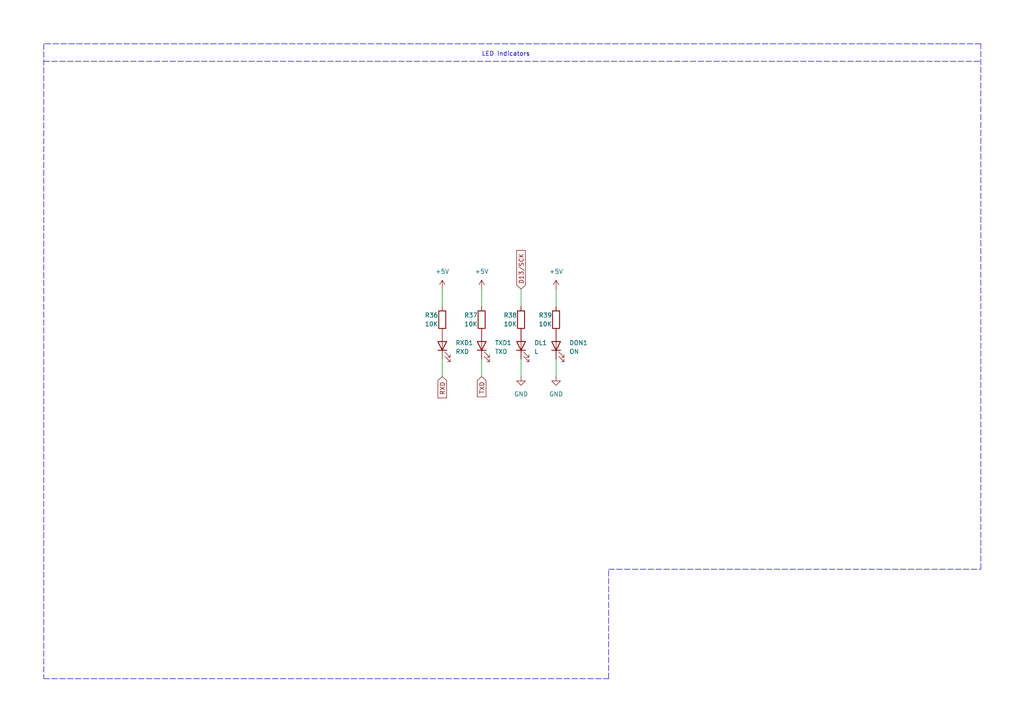
<source format=kicad_sch>
(kicad_sch (version 20211123) (generator eeschema)
  (paper "A4")
  (lib_symbols
    (symbol "Device:LED" (pin_numbers hide) (pin_names (offset 1.016) hide)
      (property "Reference" "D" (at 0 2.54 0))
      (property "Value" "LED" (at 0 -2.54 0))
      (symbol "LED_0_1"
        (polyline (pts (xy -1.27 -1.27) (xy -1.27 1.27)) (stroke (width 0.254)))
        (polyline (pts (xy -1.27 0) (xy 1.27 0)))
        (polyline (pts (xy 1.27 -1.27) (xy 1.27 1.27) (xy -1.27 0) (xy 1.27 -1.27)) (stroke (width 0.254)))
        (polyline (pts (xy -3.048 -0.762) (xy -4.572 -2.286) (xy -3.81 -2.286) (xy -4.572 -2.286) (xy -4.572 -1.524)))
        (polyline (pts (xy -1.778 -0.762) (xy -3.302 -2.286) (xy -2.54 -2.286) (xy -3.302 -2.286) (xy -3.302 -1.524)))
      )
      (symbol "LED_1_1"
        (pin passive line (at -3.81 0 0) (length 2.54) (name "K") (number "1"))
        (pin passive line (at 3.81 0 180) (length 2.54) (name "A") (number "2"))
      )
    )
    (symbol "Device:R" (pin_numbers hide) (pin_names (offset 0))
      (property "Reference" "R" (at 2.032 0 90))
      (property "Value" "R" (at 0 0 90))
      (symbol "R_0_1"
        (rectangle (start -1.016 -2.54) (end 1.016 2.54) (stroke (width 0.254)))
      )
      (symbol "R_1_1"
        (pin passive line (at 0 3.81 270) (length 1.27) (name "~") (number "1"))
        (pin passive line (at 0 -3.81 90) (length 1.27) (name "~") (number "2"))
      )
    )
    (symbol "power:+5V" (power) (pin_names (offset 0))
      (property "Value" "+5V" (at 0 3.556 0))
      (symbol "+5V_0_1"
        (polyline (pts (xy -0.762 1.27) (xy 0 2.54)))
        (polyline (pts (xy 0 0) (xy 0 2.54)))
        (polyline (pts (xy 0 2.54) (xy 0.762 1.27)))
      )
      (symbol "+5V_1_1"
        (pin power_in line (at 0 0 90) (length 0) hide (name "+5V") (number "1"))
      )
    )
    (symbol "power:GND" (power) (pin_names (offset 0))
      (property "Value" "GND" (at 0 -3.81 0))
      (symbol "GND_0_1"
        (polyline (pts (xy 0 0) (xy 0 -1.27) (xy 1.27 -1.27) (xy 0 -2.54) (xy -1.27 -1.27) (xy 0 -1.27)))
      )
      (symbol "GND_1_1"
        (pin power_in line (at 0 0 270) (length 0) hide (name "GND") (number "1"))
      )
    )
  )
  (wire (pts (xy 161.29 83.82) (xy 161.29 88.9)))
  (wire (pts (xy 139.7 83.82) (xy 139.7 88.9)))
  (wire (pts (xy 128.27 83.82) (xy 128.27 88.9)))
  (polyline (pts (xy 176.53 165.1) (xy 284.48 165.1)))
  (polyline (pts (xy 284.48 165.1) (xy 284.48 12.7)))
  (polyline (pts (xy 176.53 196.85) (xy 176.53 165.1)))
  (polyline (pts (xy 284.48 12.7) (xy 12.7 12.7)))
  (polyline (pts (xy 12.7 12.7) (xy 12.7 196.85)))
  (polyline (pts (xy 12.7 196.85) (xy 176.53 196.85)))
  (wire (pts (xy 139.7 109.22) (xy 139.7 104.14)))
  (polyline (pts (xy 12.7 17.78) (xy 284.48 17.78)))
  (wire (pts (xy 151.13 109.22) (xy 151.13 104.14)))
  (wire (pts (xy 151.13 83.82) (xy 151.13 88.9)))
  (wire (pts (xy 128.27 109.22) (xy 128.27 104.14)))
  (wire (pts (xy 161.29 109.22) (xy 161.29 104.14)))
  (text "LED Indicators" (at 139.7 16.51 0) (effects (font (size 1.27 1.27)) (justify left bottom)))
  (global_label "D13{slash}SCK" (shape input) (at 151.13 83.82 90) (property "Intersheet References" "${INTERSHEET_REFS}" (effects hide)))
  (global_label "TXD" (shape input) (at 139.7 109.22 270) (property "Intersheet References" "${INTERSHEET_REFS}" (effects hide)))
  (global_label "RXD" (shape input) (at 128.27 109.22 270) (property "Intersheet References" "${INTERSHEET_REFS}" (effects hide)))
  (symbol (lib_id "Device:R") (at 151.13 92.71 0) (unit 1)
    (property "Reference" "R38" (at 146.05 91.4399 0) (effects (justify left)))
    (property "Value" "10K" (at 146.05 93.9799 0) (effects (justify left)))
    (property "Footprint" "Resistor_SMD:R_0805_2012Metric" (effects hide))
  )
  (symbol (lib_id "Device:LED") (at 161.29 100.33 90) (unit 1)
    (property "Reference" "DON1" (at 165.1 99.4409 90) (effects (justify right)))
    (property "Value" "ON" (at 165.1 101.9809 90) (effects (justify right)))
    (property "Footprint" "LED_SMD:LED_0603_1608Metric" (effects hide))
  )
  (symbol (lib_id "power:GND") (at 151.13 109.22 0) (unit 1)
    (property "Reference" "#PWR089" (effects hide))
    (property "Value" "GND" (at 151.13 114.3 0))
  )
  (symbol (lib_id "Device:R") (at 128.27 92.71 0) (unit 1)
    (property "Reference" "R36" (at 123.19 91.4399 0) (effects (justify left)))
    (property "Value" "10K" (at 123.19 93.9799 0) (effects (justify left)))
    (property "Footprint" "Resistor_SMD:R_0805_2012Metric" (effects hide))
  )
  (symbol (lib_id "power:+5V") (at 128.27 83.82 0) (unit 1)
    (property "Reference" "#PWR086" (effects hide))
    (property "Value" "+5V" (at 128.27 78.74 0))
  )
  (symbol (lib_id "Device:R") (at 161.29 92.71 0) (unit 1)
    (property "Reference" "R39" (at 156.21 91.4399 0) (effects (justify left)))
    (property "Value" "10K" (at 156.21 93.9799 0) (effects (justify left)))
    (property "Footprint" "Resistor_SMD:R_0805_2012Metric" (effects hide))
  )
  (symbol (lib_id "power:GND") (at 161.29 109.22 0) (unit 1)
    (property "Reference" "#PWR090" (effects hide))
    (property "Value" "GND" (at 161.29 114.3 0))
  )
  (symbol (lib_id "Device:LED") (at 151.13 100.33 90) (unit 1)
    (property "Reference" "DL1" (at 154.94 99.4409 90) (effects (justify right)))
    (property "Value" "L" (at 154.94 101.9809 90) (effects (justify right)))
    (property "Footprint" "LED_SMD:LED_0603_1608Metric" (effects hide))
  )
  (symbol (lib_id "power:+5V") (at 139.7 83.82 0) (unit 1)
    (property "Reference" "#PWR087" (effects hide))
    (property "Value" "+5V" (at 139.7 78.74 0))
  )
  (symbol (lib_id "Device:LED") (at 128.27 100.33 90) (unit 1)
    (property "Reference" "RXD1" (at 132.08 99.4409 90) (effects (justify right)))
    (property "Value" "RXD" (at 132.08 101.9809 90) (effects (justify right)))
    (property "Footprint" "LED_SMD:LED_0603_1608Metric" (effects hide))
  )
  (symbol (lib_id "Device:LED") (at 139.7 100.33 90) (unit 1)
    (property "Reference" "TXD1" (at 143.51 99.4409 90) (effects (justify right)))
    (property "Value" "TXD" (at 143.51 101.9809 90) (effects (justify right)))
    (property "Footprint" "LED_SMD:LED_0603_1608Metric" (effects hide))
  )
  (symbol (lib_id "Device:R") (at 139.7 92.71 0) (unit 1)
    (property "Reference" "R37" (at 134.62 91.4399 0) (effects (justify left)))
    (property "Value" "10K" (at 134.62 93.9799 0) (effects (justify left)))
    (property "Footprint" "Resistor_SMD:R_0805_2012Metric" (effects hide))
  )
  (symbol (lib_id "power:+5V") (at 161.29 83.82 0) (unit 1)
    (property "Reference" "#PWR088" (effects hide))
    (property "Value" "+5V" (at 161.29 78.74 0))
  )
)
</source>
